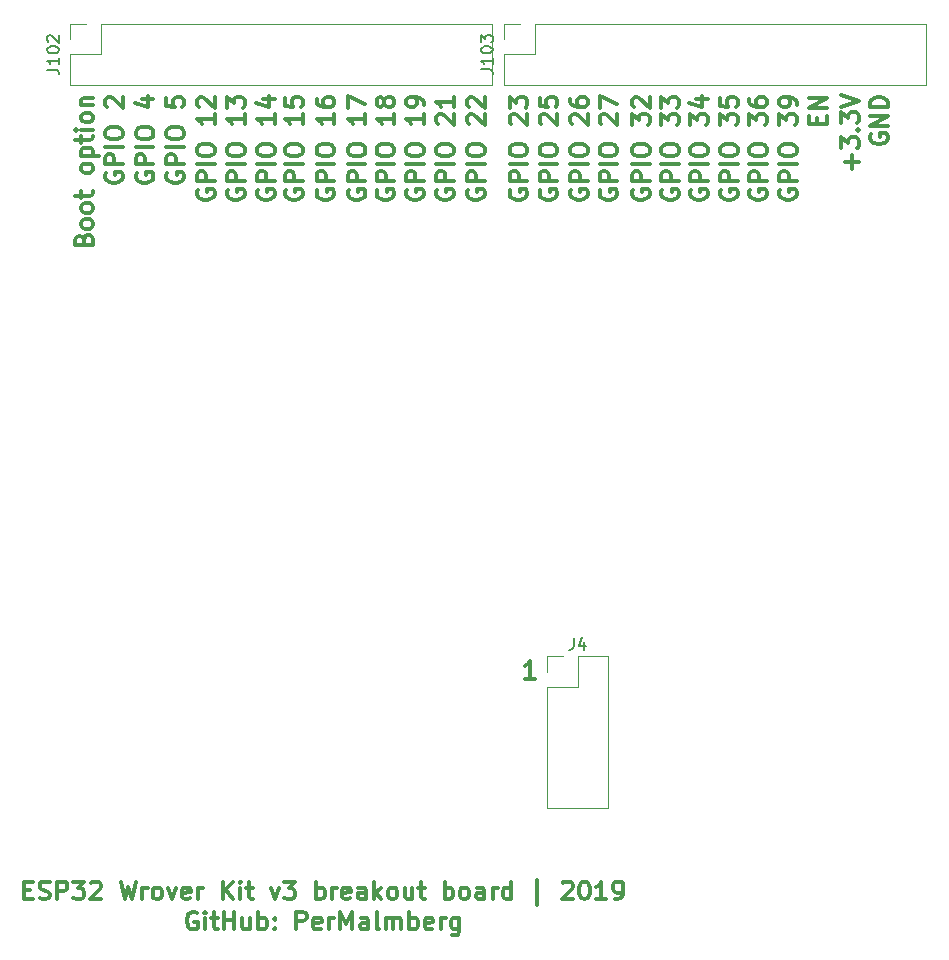
<source format=gbr>
G04 #@! TF.GenerationSoftware,KiCad,Pcbnew,5.0.2-bee76a0~70~ubuntu18.04.1*
G04 #@! TF.CreationDate,2019-01-23T21:03:19+01:00*
G04 #@! TF.ProjectId,ESP32-Wrover-kit-debug-breakout,45535033-322d-4577-926f-7665722d6b69,rev?*
G04 #@! TF.SameCoordinates,Original*
G04 #@! TF.FileFunction,Legend,Top*
G04 #@! TF.FilePolarity,Positive*
%FSLAX46Y46*%
G04 Gerber Fmt 4.6, Leading zero omitted, Abs format (unit mm)*
G04 Created by KiCad (PCBNEW 5.0.2-bee76a0~70~ubuntu18.04.1) date ons 23 jan 2019 21:03:19*
%MOMM*%
%LPD*%
G01*
G04 APERTURE LIST*
%ADD10C,0.300000*%
%ADD11C,0.120000*%
%ADD12C,0.150000*%
G04 APERTURE END LIST*
D10*
X129447960Y-61619155D02*
X129376531Y-61762012D01*
X129376531Y-61976298D01*
X129447960Y-62190583D01*
X129590817Y-62333440D01*
X129733674Y-62404869D01*
X130019388Y-62476298D01*
X130233674Y-62476298D01*
X130519388Y-62404869D01*
X130662245Y-62333440D01*
X130805102Y-62190583D01*
X130876531Y-61976298D01*
X130876531Y-61833440D01*
X130805102Y-61619155D01*
X130733674Y-61547726D01*
X130233674Y-61547726D01*
X130233674Y-61833440D01*
X130876531Y-60904869D02*
X129376531Y-60904869D01*
X130876531Y-60047726D01*
X129376531Y-60047726D01*
X130876531Y-59333440D02*
X129376531Y-59333440D01*
X129376531Y-58976298D01*
X129447960Y-58762012D01*
X129590817Y-58619155D01*
X129733674Y-58547726D01*
X130019388Y-58476298D01*
X130233674Y-58476298D01*
X130519388Y-58547726D01*
X130662245Y-58619155D01*
X130805102Y-58762012D01*
X130876531Y-58976298D01*
X130876531Y-59333440D01*
X127843842Y-64547726D02*
X127843842Y-63404868D01*
X128415271Y-63976297D02*
X127272414Y-63976297D01*
X126915271Y-62833440D02*
X126915271Y-61904868D01*
X127486700Y-62404868D01*
X127486700Y-62190583D01*
X127558128Y-62047726D01*
X127629557Y-61976297D01*
X127772414Y-61904868D01*
X128129557Y-61904868D01*
X128272414Y-61976297D01*
X128343842Y-62047726D01*
X128415271Y-62190583D01*
X128415271Y-62619154D01*
X128343842Y-62762011D01*
X128272414Y-62833440D01*
X128272414Y-61262011D02*
X128343842Y-61190583D01*
X128415271Y-61262011D01*
X128343842Y-61333440D01*
X128272414Y-61262011D01*
X128415271Y-61262011D01*
X126915271Y-60690583D02*
X126915271Y-59762011D01*
X127486700Y-60262011D01*
X127486700Y-60047726D01*
X127558128Y-59904868D01*
X127629557Y-59833440D01*
X127772414Y-59762011D01*
X128129557Y-59762011D01*
X128272414Y-59833440D01*
X128343842Y-59904868D01*
X128415271Y-60047726D01*
X128415271Y-60476297D01*
X128343842Y-60619154D01*
X128272414Y-60690583D01*
X126915271Y-59333440D02*
X128415271Y-58833440D01*
X126915271Y-58333440D01*
X124893977Y-60762011D02*
X124893977Y-60262011D01*
X125679691Y-60047726D02*
X125679691Y-60762011D01*
X124179691Y-60762011D01*
X124179691Y-60047726D01*
X125679691Y-59404869D02*
X124179691Y-59404869D01*
X125679691Y-58547726D01*
X124179691Y-58547726D01*
X121749220Y-66333440D02*
X121677791Y-66476297D01*
X121677791Y-66690582D01*
X121749220Y-66904868D01*
X121892077Y-67047725D01*
X122034934Y-67119154D01*
X122320648Y-67190582D01*
X122534934Y-67190582D01*
X122820648Y-67119154D01*
X122963505Y-67047725D01*
X123106362Y-66904868D01*
X123177791Y-66690582D01*
X123177791Y-66547725D01*
X123106362Y-66333440D01*
X123034934Y-66262011D01*
X122534934Y-66262011D01*
X122534934Y-66547725D01*
X123177791Y-65619154D02*
X121677791Y-65619154D01*
X121677791Y-65047725D01*
X121749220Y-64904868D01*
X121820648Y-64833440D01*
X121963505Y-64762011D01*
X122177791Y-64762011D01*
X122320648Y-64833440D01*
X122392077Y-64904868D01*
X122463505Y-65047725D01*
X122463505Y-65619154D01*
X123177791Y-64119154D02*
X121677791Y-64119154D01*
X121677791Y-63119154D02*
X121677791Y-62833440D01*
X121749220Y-62690582D01*
X121892077Y-62547725D01*
X122177791Y-62476297D01*
X122677791Y-62476297D01*
X122963505Y-62547725D01*
X123106362Y-62690582D01*
X123177791Y-62833440D01*
X123177791Y-63119154D01*
X123106362Y-63262011D01*
X122963505Y-63404868D01*
X122677791Y-63476297D01*
X122177791Y-63476297D01*
X121892077Y-63404868D01*
X121749220Y-63262011D01*
X121677791Y-63119154D01*
X121677791Y-60833440D02*
X121677791Y-59904868D01*
X122249220Y-60404868D01*
X122249220Y-60190582D01*
X122320648Y-60047725D01*
X122392077Y-59976297D01*
X122534934Y-59904868D01*
X122892077Y-59904868D01*
X123034934Y-59976297D01*
X123106362Y-60047725D01*
X123177791Y-60190582D01*
X123177791Y-60619154D01*
X123106362Y-60762011D01*
X123034934Y-60833440D01*
X123177791Y-59190582D02*
X123177791Y-58904868D01*
X123106362Y-58762011D01*
X123034934Y-58690582D01*
X122820648Y-58547725D01*
X122534934Y-58476297D01*
X121963505Y-58476297D01*
X121820648Y-58547725D01*
X121749220Y-58619154D01*
X121677791Y-58762011D01*
X121677791Y-59047725D01*
X121749220Y-59190582D01*
X121820648Y-59262011D01*
X121963505Y-59333440D01*
X122320648Y-59333440D01*
X122463505Y-59262011D01*
X122534934Y-59190582D01*
X122606362Y-59047725D01*
X122606362Y-58762011D01*
X122534934Y-58619154D01*
X122463505Y-58547725D01*
X122320648Y-58476297D01*
X119211760Y-66333440D02*
X119140331Y-66476297D01*
X119140331Y-66690582D01*
X119211760Y-66904868D01*
X119354617Y-67047725D01*
X119497474Y-67119154D01*
X119783188Y-67190582D01*
X119997474Y-67190582D01*
X120283188Y-67119154D01*
X120426045Y-67047725D01*
X120568902Y-66904868D01*
X120640331Y-66690582D01*
X120640331Y-66547725D01*
X120568902Y-66333440D01*
X120497474Y-66262011D01*
X119997474Y-66262011D01*
X119997474Y-66547725D01*
X120640331Y-65619154D02*
X119140331Y-65619154D01*
X119140331Y-65047725D01*
X119211760Y-64904868D01*
X119283188Y-64833440D01*
X119426045Y-64762011D01*
X119640331Y-64762011D01*
X119783188Y-64833440D01*
X119854617Y-64904868D01*
X119926045Y-65047725D01*
X119926045Y-65619154D01*
X120640331Y-64119154D02*
X119140331Y-64119154D01*
X119140331Y-63119154D02*
X119140331Y-62833440D01*
X119211760Y-62690582D01*
X119354617Y-62547725D01*
X119640331Y-62476297D01*
X120140331Y-62476297D01*
X120426045Y-62547725D01*
X120568902Y-62690582D01*
X120640331Y-62833440D01*
X120640331Y-63119154D01*
X120568902Y-63262011D01*
X120426045Y-63404868D01*
X120140331Y-63476297D01*
X119640331Y-63476297D01*
X119354617Y-63404868D01*
X119211760Y-63262011D01*
X119140331Y-63119154D01*
X119140331Y-60833440D02*
X119140331Y-59904868D01*
X119711760Y-60404868D01*
X119711760Y-60190582D01*
X119783188Y-60047725D01*
X119854617Y-59976297D01*
X119997474Y-59904868D01*
X120354617Y-59904868D01*
X120497474Y-59976297D01*
X120568902Y-60047725D01*
X120640331Y-60190582D01*
X120640331Y-60619154D01*
X120568902Y-60762011D01*
X120497474Y-60833440D01*
X119140331Y-58619154D02*
X119140331Y-58904868D01*
X119211760Y-59047725D01*
X119283188Y-59119154D01*
X119497474Y-59262011D01*
X119783188Y-59333440D01*
X120354617Y-59333440D01*
X120497474Y-59262011D01*
X120568902Y-59190582D01*
X120640331Y-59047725D01*
X120640331Y-58762011D01*
X120568902Y-58619154D01*
X120497474Y-58547725D01*
X120354617Y-58476297D01*
X119997474Y-58476297D01*
X119854617Y-58547725D01*
X119783188Y-58619154D01*
X119711760Y-58762011D01*
X119711760Y-59047725D01*
X119783188Y-59190582D01*
X119854617Y-59262011D01*
X119997474Y-59333440D01*
X116730180Y-66333440D02*
X116658751Y-66476297D01*
X116658751Y-66690582D01*
X116730180Y-66904868D01*
X116873037Y-67047725D01*
X117015894Y-67119154D01*
X117301608Y-67190582D01*
X117515894Y-67190582D01*
X117801608Y-67119154D01*
X117944465Y-67047725D01*
X118087322Y-66904868D01*
X118158751Y-66690582D01*
X118158751Y-66547725D01*
X118087322Y-66333440D01*
X118015894Y-66262011D01*
X117515894Y-66262011D01*
X117515894Y-66547725D01*
X118158751Y-65619154D02*
X116658751Y-65619154D01*
X116658751Y-65047725D01*
X116730180Y-64904868D01*
X116801608Y-64833440D01*
X116944465Y-64762011D01*
X117158751Y-64762011D01*
X117301608Y-64833440D01*
X117373037Y-64904868D01*
X117444465Y-65047725D01*
X117444465Y-65619154D01*
X118158751Y-64119154D02*
X116658751Y-64119154D01*
X116658751Y-63119154D02*
X116658751Y-62833440D01*
X116730180Y-62690582D01*
X116873037Y-62547725D01*
X117158751Y-62476297D01*
X117658751Y-62476297D01*
X117944465Y-62547725D01*
X118087322Y-62690582D01*
X118158751Y-62833440D01*
X118158751Y-63119154D01*
X118087322Y-63262011D01*
X117944465Y-63404868D01*
X117658751Y-63476297D01*
X117158751Y-63476297D01*
X116873037Y-63404868D01*
X116730180Y-63262011D01*
X116658751Y-63119154D01*
X116658751Y-60833440D02*
X116658751Y-59904868D01*
X117230180Y-60404868D01*
X117230180Y-60190582D01*
X117301608Y-60047725D01*
X117373037Y-59976297D01*
X117515894Y-59904868D01*
X117873037Y-59904868D01*
X118015894Y-59976297D01*
X118087322Y-60047725D01*
X118158751Y-60190582D01*
X118158751Y-60619154D01*
X118087322Y-60762011D01*
X118015894Y-60833440D01*
X116658751Y-58547725D02*
X116658751Y-59262011D01*
X117373037Y-59333440D01*
X117301608Y-59262011D01*
X117230180Y-59119154D01*
X117230180Y-58762011D01*
X117301608Y-58619154D01*
X117373037Y-58547725D01*
X117515894Y-58476297D01*
X117873037Y-58476297D01*
X118015894Y-58547725D01*
X118087322Y-58619154D01*
X118158751Y-58762011D01*
X118158751Y-59119154D01*
X118087322Y-59262011D01*
X118015894Y-59333440D01*
X114210500Y-66333440D02*
X114139071Y-66476297D01*
X114139071Y-66690582D01*
X114210500Y-66904868D01*
X114353357Y-67047725D01*
X114496214Y-67119154D01*
X114781928Y-67190582D01*
X114996214Y-67190582D01*
X115281928Y-67119154D01*
X115424785Y-67047725D01*
X115567642Y-66904868D01*
X115639071Y-66690582D01*
X115639071Y-66547725D01*
X115567642Y-66333440D01*
X115496214Y-66262011D01*
X114996214Y-66262011D01*
X114996214Y-66547725D01*
X115639071Y-65619154D02*
X114139071Y-65619154D01*
X114139071Y-65047725D01*
X114210500Y-64904868D01*
X114281928Y-64833440D01*
X114424785Y-64762011D01*
X114639071Y-64762011D01*
X114781928Y-64833440D01*
X114853357Y-64904868D01*
X114924785Y-65047725D01*
X114924785Y-65619154D01*
X115639071Y-64119154D02*
X114139071Y-64119154D01*
X114139071Y-63119154D02*
X114139071Y-62833440D01*
X114210500Y-62690582D01*
X114353357Y-62547725D01*
X114639071Y-62476297D01*
X115139071Y-62476297D01*
X115424785Y-62547725D01*
X115567642Y-62690582D01*
X115639071Y-62833440D01*
X115639071Y-63119154D01*
X115567642Y-63262011D01*
X115424785Y-63404868D01*
X115139071Y-63476297D01*
X114639071Y-63476297D01*
X114353357Y-63404868D01*
X114210500Y-63262011D01*
X114139071Y-63119154D01*
X114139071Y-60833440D02*
X114139071Y-59904868D01*
X114710500Y-60404868D01*
X114710500Y-60190582D01*
X114781928Y-60047725D01*
X114853357Y-59976297D01*
X114996214Y-59904868D01*
X115353357Y-59904868D01*
X115496214Y-59976297D01*
X115567642Y-60047725D01*
X115639071Y-60190582D01*
X115639071Y-60619154D01*
X115567642Y-60762011D01*
X115496214Y-60833440D01*
X114639071Y-58619154D02*
X115639071Y-58619154D01*
X114067642Y-58976297D02*
X115139071Y-59333440D01*
X115139071Y-58404868D01*
X111769560Y-66333440D02*
X111698131Y-66476297D01*
X111698131Y-66690582D01*
X111769560Y-66904868D01*
X111912417Y-67047725D01*
X112055274Y-67119154D01*
X112340988Y-67190582D01*
X112555274Y-67190582D01*
X112840988Y-67119154D01*
X112983845Y-67047725D01*
X113126702Y-66904868D01*
X113198131Y-66690582D01*
X113198131Y-66547725D01*
X113126702Y-66333440D01*
X113055274Y-66262011D01*
X112555274Y-66262011D01*
X112555274Y-66547725D01*
X113198131Y-65619154D02*
X111698131Y-65619154D01*
X111698131Y-65047725D01*
X111769560Y-64904868D01*
X111840988Y-64833440D01*
X111983845Y-64762011D01*
X112198131Y-64762011D01*
X112340988Y-64833440D01*
X112412417Y-64904868D01*
X112483845Y-65047725D01*
X112483845Y-65619154D01*
X113198131Y-64119154D02*
X111698131Y-64119154D01*
X111698131Y-63119154D02*
X111698131Y-62833440D01*
X111769560Y-62690582D01*
X111912417Y-62547725D01*
X112198131Y-62476297D01*
X112698131Y-62476297D01*
X112983845Y-62547725D01*
X113126702Y-62690582D01*
X113198131Y-62833440D01*
X113198131Y-63119154D01*
X113126702Y-63262011D01*
X112983845Y-63404868D01*
X112698131Y-63476297D01*
X112198131Y-63476297D01*
X111912417Y-63404868D01*
X111769560Y-63262011D01*
X111698131Y-63119154D01*
X111698131Y-60833440D02*
X111698131Y-59904868D01*
X112269560Y-60404868D01*
X112269560Y-60190582D01*
X112340988Y-60047725D01*
X112412417Y-59976297D01*
X112555274Y-59904868D01*
X112912417Y-59904868D01*
X113055274Y-59976297D01*
X113126702Y-60047725D01*
X113198131Y-60190582D01*
X113198131Y-60619154D01*
X113126702Y-60762011D01*
X113055274Y-60833440D01*
X111698131Y-59404868D02*
X111698131Y-58476297D01*
X112269560Y-58976297D01*
X112269560Y-58762011D01*
X112340988Y-58619154D01*
X112412417Y-58547725D01*
X112555274Y-58476297D01*
X112912417Y-58476297D01*
X113055274Y-58547725D01*
X113126702Y-58619154D01*
X113198131Y-58762011D01*
X113198131Y-59190582D01*
X113126702Y-59333440D01*
X113055274Y-59404868D01*
X109267660Y-66333440D02*
X109196231Y-66476297D01*
X109196231Y-66690582D01*
X109267660Y-66904868D01*
X109410517Y-67047725D01*
X109553374Y-67119154D01*
X109839088Y-67190582D01*
X110053374Y-67190582D01*
X110339088Y-67119154D01*
X110481945Y-67047725D01*
X110624802Y-66904868D01*
X110696231Y-66690582D01*
X110696231Y-66547725D01*
X110624802Y-66333440D01*
X110553374Y-66262011D01*
X110053374Y-66262011D01*
X110053374Y-66547725D01*
X110696231Y-65619154D02*
X109196231Y-65619154D01*
X109196231Y-65047725D01*
X109267660Y-64904868D01*
X109339088Y-64833440D01*
X109481945Y-64762011D01*
X109696231Y-64762011D01*
X109839088Y-64833440D01*
X109910517Y-64904868D01*
X109981945Y-65047725D01*
X109981945Y-65619154D01*
X110696231Y-64119154D02*
X109196231Y-64119154D01*
X109196231Y-63119154D02*
X109196231Y-62833440D01*
X109267660Y-62690582D01*
X109410517Y-62547725D01*
X109696231Y-62476297D01*
X110196231Y-62476297D01*
X110481945Y-62547725D01*
X110624802Y-62690582D01*
X110696231Y-62833440D01*
X110696231Y-63119154D01*
X110624802Y-63262011D01*
X110481945Y-63404868D01*
X110196231Y-63476297D01*
X109696231Y-63476297D01*
X109410517Y-63404868D01*
X109267660Y-63262011D01*
X109196231Y-63119154D01*
X109196231Y-60833440D02*
X109196231Y-59904868D01*
X109767660Y-60404868D01*
X109767660Y-60190582D01*
X109839088Y-60047725D01*
X109910517Y-59976297D01*
X110053374Y-59904868D01*
X110410517Y-59904868D01*
X110553374Y-59976297D01*
X110624802Y-60047725D01*
X110696231Y-60190582D01*
X110696231Y-60619154D01*
X110624802Y-60762011D01*
X110553374Y-60833440D01*
X109339088Y-59333440D02*
X109267660Y-59262011D01*
X109196231Y-59119154D01*
X109196231Y-58762011D01*
X109267660Y-58619154D01*
X109339088Y-58547725D01*
X109481945Y-58476297D01*
X109624802Y-58476297D01*
X109839088Y-58547725D01*
X110696231Y-59404868D01*
X110696231Y-58476297D01*
X106532080Y-66333440D02*
X106460651Y-66476297D01*
X106460651Y-66690582D01*
X106532080Y-66904868D01*
X106674937Y-67047725D01*
X106817794Y-67119154D01*
X107103508Y-67190582D01*
X107317794Y-67190582D01*
X107603508Y-67119154D01*
X107746365Y-67047725D01*
X107889222Y-66904868D01*
X107960651Y-66690582D01*
X107960651Y-66547725D01*
X107889222Y-66333440D01*
X107817794Y-66262011D01*
X107317794Y-66262011D01*
X107317794Y-66547725D01*
X107960651Y-65619154D02*
X106460651Y-65619154D01*
X106460651Y-65047725D01*
X106532080Y-64904868D01*
X106603508Y-64833440D01*
X106746365Y-64762011D01*
X106960651Y-64762011D01*
X107103508Y-64833440D01*
X107174937Y-64904868D01*
X107246365Y-65047725D01*
X107246365Y-65619154D01*
X107960651Y-64119154D02*
X106460651Y-64119154D01*
X106460651Y-63119154D02*
X106460651Y-62833440D01*
X106532080Y-62690582D01*
X106674937Y-62547725D01*
X106960651Y-62476297D01*
X107460651Y-62476297D01*
X107746365Y-62547725D01*
X107889222Y-62690582D01*
X107960651Y-62833440D01*
X107960651Y-63119154D01*
X107889222Y-63262011D01*
X107746365Y-63404868D01*
X107460651Y-63476297D01*
X106960651Y-63476297D01*
X106674937Y-63404868D01*
X106532080Y-63262011D01*
X106460651Y-63119154D01*
X106603508Y-60762011D02*
X106532080Y-60690582D01*
X106460651Y-60547725D01*
X106460651Y-60190582D01*
X106532080Y-60047725D01*
X106603508Y-59976297D01*
X106746365Y-59904868D01*
X106889222Y-59904868D01*
X107103508Y-59976297D01*
X107960651Y-60833440D01*
X107960651Y-59904868D01*
X106460651Y-59404868D02*
X106460651Y-58404868D01*
X107960651Y-59047725D01*
X104053040Y-66333440D02*
X103981611Y-66476297D01*
X103981611Y-66690582D01*
X104053040Y-66904868D01*
X104195897Y-67047725D01*
X104338754Y-67119154D01*
X104624468Y-67190582D01*
X104838754Y-67190582D01*
X105124468Y-67119154D01*
X105267325Y-67047725D01*
X105410182Y-66904868D01*
X105481611Y-66690582D01*
X105481611Y-66547725D01*
X105410182Y-66333440D01*
X105338754Y-66262011D01*
X104838754Y-66262011D01*
X104838754Y-66547725D01*
X105481611Y-65619154D02*
X103981611Y-65619154D01*
X103981611Y-65047725D01*
X104053040Y-64904868D01*
X104124468Y-64833440D01*
X104267325Y-64762011D01*
X104481611Y-64762011D01*
X104624468Y-64833440D01*
X104695897Y-64904868D01*
X104767325Y-65047725D01*
X104767325Y-65619154D01*
X105481611Y-64119154D02*
X103981611Y-64119154D01*
X103981611Y-63119154D02*
X103981611Y-62833440D01*
X104053040Y-62690582D01*
X104195897Y-62547725D01*
X104481611Y-62476297D01*
X104981611Y-62476297D01*
X105267325Y-62547725D01*
X105410182Y-62690582D01*
X105481611Y-62833440D01*
X105481611Y-63119154D01*
X105410182Y-63262011D01*
X105267325Y-63404868D01*
X104981611Y-63476297D01*
X104481611Y-63476297D01*
X104195897Y-63404868D01*
X104053040Y-63262011D01*
X103981611Y-63119154D01*
X104124468Y-60762011D02*
X104053040Y-60690582D01*
X103981611Y-60547725D01*
X103981611Y-60190582D01*
X104053040Y-60047725D01*
X104124468Y-59976297D01*
X104267325Y-59904868D01*
X104410182Y-59904868D01*
X104624468Y-59976297D01*
X105481611Y-60833440D01*
X105481611Y-59904868D01*
X103981611Y-58619154D02*
X103981611Y-58904868D01*
X104053040Y-59047725D01*
X104124468Y-59119154D01*
X104338754Y-59262011D01*
X104624468Y-59333440D01*
X105195897Y-59333440D01*
X105338754Y-59262011D01*
X105410182Y-59190582D01*
X105481611Y-59047725D01*
X105481611Y-58762011D01*
X105410182Y-58619154D01*
X105338754Y-58547725D01*
X105195897Y-58476297D01*
X104838754Y-58476297D01*
X104695897Y-58547725D01*
X104624468Y-58619154D01*
X104553040Y-58762011D01*
X104553040Y-59047725D01*
X104624468Y-59190582D01*
X104695897Y-59262011D01*
X104838754Y-59333440D01*
X101454620Y-66333440D02*
X101383191Y-66476297D01*
X101383191Y-66690582D01*
X101454620Y-66904868D01*
X101597477Y-67047725D01*
X101740334Y-67119154D01*
X102026048Y-67190582D01*
X102240334Y-67190582D01*
X102526048Y-67119154D01*
X102668905Y-67047725D01*
X102811762Y-66904868D01*
X102883191Y-66690582D01*
X102883191Y-66547725D01*
X102811762Y-66333440D01*
X102740334Y-66262011D01*
X102240334Y-66262011D01*
X102240334Y-66547725D01*
X102883191Y-65619154D02*
X101383191Y-65619154D01*
X101383191Y-65047725D01*
X101454620Y-64904868D01*
X101526048Y-64833440D01*
X101668905Y-64762011D01*
X101883191Y-64762011D01*
X102026048Y-64833440D01*
X102097477Y-64904868D01*
X102168905Y-65047725D01*
X102168905Y-65619154D01*
X102883191Y-64119154D02*
X101383191Y-64119154D01*
X101383191Y-63119154D02*
X101383191Y-62833440D01*
X101454620Y-62690582D01*
X101597477Y-62547725D01*
X101883191Y-62476297D01*
X102383191Y-62476297D01*
X102668905Y-62547725D01*
X102811762Y-62690582D01*
X102883191Y-62833440D01*
X102883191Y-63119154D01*
X102811762Y-63262011D01*
X102668905Y-63404868D01*
X102383191Y-63476297D01*
X101883191Y-63476297D01*
X101597477Y-63404868D01*
X101454620Y-63262011D01*
X101383191Y-63119154D01*
X101526048Y-60762011D02*
X101454620Y-60690582D01*
X101383191Y-60547725D01*
X101383191Y-60190582D01*
X101454620Y-60047725D01*
X101526048Y-59976297D01*
X101668905Y-59904868D01*
X101811762Y-59904868D01*
X102026048Y-59976297D01*
X102883191Y-60833440D01*
X102883191Y-59904868D01*
X101383191Y-58547725D02*
X101383191Y-59262011D01*
X102097477Y-59333440D01*
X102026048Y-59262011D01*
X101954620Y-59119154D01*
X101954620Y-58762011D01*
X102026048Y-58619154D01*
X102097477Y-58547725D01*
X102240334Y-58476297D01*
X102597477Y-58476297D01*
X102740334Y-58547725D01*
X102811762Y-58619154D01*
X102883191Y-58762011D01*
X102883191Y-59119154D01*
X102811762Y-59262011D01*
X102740334Y-59333440D01*
X98914620Y-66333440D02*
X98843191Y-66476297D01*
X98843191Y-66690582D01*
X98914620Y-66904868D01*
X99057477Y-67047725D01*
X99200334Y-67119154D01*
X99486048Y-67190582D01*
X99700334Y-67190582D01*
X99986048Y-67119154D01*
X100128905Y-67047725D01*
X100271762Y-66904868D01*
X100343191Y-66690582D01*
X100343191Y-66547725D01*
X100271762Y-66333440D01*
X100200334Y-66262011D01*
X99700334Y-66262011D01*
X99700334Y-66547725D01*
X100343191Y-65619154D02*
X98843191Y-65619154D01*
X98843191Y-65047725D01*
X98914620Y-64904868D01*
X98986048Y-64833440D01*
X99128905Y-64762011D01*
X99343191Y-64762011D01*
X99486048Y-64833440D01*
X99557477Y-64904868D01*
X99628905Y-65047725D01*
X99628905Y-65619154D01*
X100343191Y-64119154D02*
X98843191Y-64119154D01*
X98843191Y-63119154D02*
X98843191Y-62833440D01*
X98914620Y-62690582D01*
X99057477Y-62547725D01*
X99343191Y-62476297D01*
X99843191Y-62476297D01*
X100128905Y-62547725D01*
X100271762Y-62690582D01*
X100343191Y-62833440D01*
X100343191Y-63119154D01*
X100271762Y-63262011D01*
X100128905Y-63404868D01*
X99843191Y-63476297D01*
X99343191Y-63476297D01*
X99057477Y-63404868D01*
X98914620Y-63262011D01*
X98843191Y-63119154D01*
X98986048Y-60762011D02*
X98914620Y-60690582D01*
X98843191Y-60547725D01*
X98843191Y-60190582D01*
X98914620Y-60047725D01*
X98986048Y-59976297D01*
X99128905Y-59904868D01*
X99271762Y-59904868D01*
X99486048Y-59976297D01*
X100343191Y-60833440D01*
X100343191Y-59904868D01*
X98843191Y-59404868D02*
X98843191Y-58476297D01*
X99414620Y-58976297D01*
X99414620Y-58762011D01*
X99486048Y-58619154D01*
X99557477Y-58547725D01*
X99700334Y-58476297D01*
X100057477Y-58476297D01*
X100200334Y-58547725D01*
X100271762Y-58619154D01*
X100343191Y-58762011D01*
X100343191Y-59190582D01*
X100271762Y-59333440D01*
X100200334Y-59404868D01*
X95292580Y-66333440D02*
X95221151Y-66476297D01*
X95221151Y-66690582D01*
X95292580Y-66904868D01*
X95435437Y-67047725D01*
X95578294Y-67119154D01*
X95864008Y-67190582D01*
X96078294Y-67190582D01*
X96364008Y-67119154D01*
X96506865Y-67047725D01*
X96649722Y-66904868D01*
X96721151Y-66690582D01*
X96721151Y-66547725D01*
X96649722Y-66333440D01*
X96578294Y-66262011D01*
X96078294Y-66262011D01*
X96078294Y-66547725D01*
X96721151Y-65619154D02*
X95221151Y-65619154D01*
X95221151Y-65047725D01*
X95292580Y-64904868D01*
X95364008Y-64833440D01*
X95506865Y-64762011D01*
X95721151Y-64762011D01*
X95864008Y-64833440D01*
X95935437Y-64904868D01*
X96006865Y-65047725D01*
X96006865Y-65619154D01*
X96721151Y-64119154D02*
X95221151Y-64119154D01*
X95221151Y-63119154D02*
X95221151Y-62833440D01*
X95292580Y-62690582D01*
X95435437Y-62547725D01*
X95721151Y-62476297D01*
X96221151Y-62476297D01*
X96506865Y-62547725D01*
X96649722Y-62690582D01*
X96721151Y-62833440D01*
X96721151Y-63119154D01*
X96649722Y-63262011D01*
X96506865Y-63404868D01*
X96221151Y-63476297D01*
X95721151Y-63476297D01*
X95435437Y-63404868D01*
X95292580Y-63262011D01*
X95221151Y-63119154D01*
X95364008Y-60762011D02*
X95292580Y-60690582D01*
X95221151Y-60547725D01*
X95221151Y-60190582D01*
X95292580Y-60047725D01*
X95364008Y-59976297D01*
X95506865Y-59904868D01*
X95649722Y-59904868D01*
X95864008Y-59976297D01*
X96721151Y-60833440D01*
X96721151Y-59904868D01*
X95364008Y-59333440D02*
X95292580Y-59262011D01*
X95221151Y-59119154D01*
X95221151Y-58762011D01*
X95292580Y-58619154D01*
X95364008Y-58547725D01*
X95506865Y-58476297D01*
X95649722Y-58476297D01*
X95864008Y-58547725D01*
X96721151Y-59404868D01*
X96721151Y-58476297D01*
X92691620Y-66333440D02*
X92620191Y-66476297D01*
X92620191Y-66690582D01*
X92691620Y-66904868D01*
X92834477Y-67047725D01*
X92977334Y-67119154D01*
X93263048Y-67190582D01*
X93477334Y-67190582D01*
X93763048Y-67119154D01*
X93905905Y-67047725D01*
X94048762Y-66904868D01*
X94120191Y-66690582D01*
X94120191Y-66547725D01*
X94048762Y-66333440D01*
X93977334Y-66262011D01*
X93477334Y-66262011D01*
X93477334Y-66547725D01*
X94120191Y-65619154D02*
X92620191Y-65619154D01*
X92620191Y-65047725D01*
X92691620Y-64904868D01*
X92763048Y-64833440D01*
X92905905Y-64762011D01*
X93120191Y-64762011D01*
X93263048Y-64833440D01*
X93334477Y-64904868D01*
X93405905Y-65047725D01*
X93405905Y-65619154D01*
X94120191Y-64119154D02*
X92620191Y-64119154D01*
X92620191Y-63119154D02*
X92620191Y-62833440D01*
X92691620Y-62690582D01*
X92834477Y-62547725D01*
X93120191Y-62476297D01*
X93620191Y-62476297D01*
X93905905Y-62547725D01*
X94048762Y-62690582D01*
X94120191Y-62833440D01*
X94120191Y-63119154D01*
X94048762Y-63262011D01*
X93905905Y-63404868D01*
X93620191Y-63476297D01*
X93120191Y-63476297D01*
X92834477Y-63404868D01*
X92691620Y-63262011D01*
X92620191Y-63119154D01*
X92763048Y-60762011D02*
X92691620Y-60690582D01*
X92620191Y-60547725D01*
X92620191Y-60190582D01*
X92691620Y-60047725D01*
X92763048Y-59976297D01*
X92905905Y-59904868D01*
X93048762Y-59904868D01*
X93263048Y-59976297D01*
X94120191Y-60833440D01*
X94120191Y-59904868D01*
X94120191Y-58476297D02*
X94120191Y-59333440D01*
X94120191Y-58904868D02*
X92620191Y-58904868D01*
X92834477Y-59047725D01*
X92977334Y-59190582D01*
X93048762Y-59333440D01*
X90154160Y-66333440D02*
X90082731Y-66476297D01*
X90082731Y-66690582D01*
X90154160Y-66904868D01*
X90297017Y-67047725D01*
X90439874Y-67119154D01*
X90725588Y-67190582D01*
X90939874Y-67190582D01*
X91225588Y-67119154D01*
X91368445Y-67047725D01*
X91511302Y-66904868D01*
X91582731Y-66690582D01*
X91582731Y-66547725D01*
X91511302Y-66333440D01*
X91439874Y-66262011D01*
X90939874Y-66262011D01*
X90939874Y-66547725D01*
X91582731Y-65619154D02*
X90082731Y-65619154D01*
X90082731Y-65047725D01*
X90154160Y-64904868D01*
X90225588Y-64833440D01*
X90368445Y-64762011D01*
X90582731Y-64762011D01*
X90725588Y-64833440D01*
X90797017Y-64904868D01*
X90868445Y-65047725D01*
X90868445Y-65619154D01*
X91582731Y-64119154D02*
X90082731Y-64119154D01*
X90082731Y-63119154D02*
X90082731Y-62833440D01*
X90154160Y-62690582D01*
X90297017Y-62547725D01*
X90582731Y-62476297D01*
X91082731Y-62476297D01*
X91368445Y-62547725D01*
X91511302Y-62690582D01*
X91582731Y-62833440D01*
X91582731Y-63119154D01*
X91511302Y-63262011D01*
X91368445Y-63404868D01*
X91082731Y-63476297D01*
X90582731Y-63476297D01*
X90297017Y-63404868D01*
X90154160Y-63262011D01*
X90082731Y-63119154D01*
X91582731Y-59904868D02*
X91582731Y-60762011D01*
X91582731Y-60333440D02*
X90082731Y-60333440D01*
X90297017Y-60476297D01*
X90439874Y-60619154D01*
X90511302Y-60762011D01*
X91582731Y-59190582D02*
X91582731Y-58904868D01*
X91511302Y-58762011D01*
X91439874Y-58690582D01*
X91225588Y-58547725D01*
X90939874Y-58476297D01*
X90368445Y-58476297D01*
X90225588Y-58547725D01*
X90154160Y-58619154D01*
X90082731Y-58762011D01*
X90082731Y-59047725D01*
X90154160Y-59190582D01*
X90225588Y-59262011D01*
X90368445Y-59333440D01*
X90725588Y-59333440D01*
X90868445Y-59262011D01*
X90939874Y-59190582D01*
X91011302Y-59047725D01*
X91011302Y-58762011D01*
X90939874Y-58619154D01*
X90868445Y-58547725D01*
X90725588Y-58476297D01*
X87652260Y-66333440D02*
X87580831Y-66476297D01*
X87580831Y-66690582D01*
X87652260Y-66904868D01*
X87795117Y-67047725D01*
X87937974Y-67119154D01*
X88223688Y-67190582D01*
X88437974Y-67190582D01*
X88723688Y-67119154D01*
X88866545Y-67047725D01*
X89009402Y-66904868D01*
X89080831Y-66690582D01*
X89080831Y-66547725D01*
X89009402Y-66333440D01*
X88937974Y-66262011D01*
X88437974Y-66262011D01*
X88437974Y-66547725D01*
X89080831Y-65619154D02*
X87580831Y-65619154D01*
X87580831Y-65047725D01*
X87652260Y-64904868D01*
X87723688Y-64833440D01*
X87866545Y-64762011D01*
X88080831Y-64762011D01*
X88223688Y-64833440D01*
X88295117Y-64904868D01*
X88366545Y-65047725D01*
X88366545Y-65619154D01*
X89080831Y-64119154D02*
X87580831Y-64119154D01*
X87580831Y-63119154D02*
X87580831Y-62833440D01*
X87652260Y-62690582D01*
X87795117Y-62547725D01*
X88080831Y-62476297D01*
X88580831Y-62476297D01*
X88866545Y-62547725D01*
X89009402Y-62690582D01*
X89080831Y-62833440D01*
X89080831Y-63119154D01*
X89009402Y-63262011D01*
X88866545Y-63404868D01*
X88580831Y-63476297D01*
X88080831Y-63476297D01*
X87795117Y-63404868D01*
X87652260Y-63262011D01*
X87580831Y-63119154D01*
X89080831Y-59904868D02*
X89080831Y-60762011D01*
X89080831Y-60333440D02*
X87580831Y-60333440D01*
X87795117Y-60476297D01*
X87937974Y-60619154D01*
X88009402Y-60762011D01*
X88223688Y-59047725D02*
X88152260Y-59190582D01*
X88080831Y-59262011D01*
X87937974Y-59333440D01*
X87866545Y-59333440D01*
X87723688Y-59262011D01*
X87652260Y-59190582D01*
X87580831Y-59047725D01*
X87580831Y-58762011D01*
X87652260Y-58619154D01*
X87723688Y-58547725D01*
X87866545Y-58476297D01*
X87937974Y-58476297D01*
X88080831Y-58547725D01*
X88152260Y-58619154D01*
X88223688Y-58762011D01*
X88223688Y-59047725D01*
X88295117Y-59190582D01*
X88366545Y-59262011D01*
X88509402Y-59333440D01*
X88795117Y-59333440D01*
X88937974Y-59262011D01*
X89009402Y-59190582D01*
X89080831Y-59047725D01*
X89080831Y-58762011D01*
X89009402Y-58619154D01*
X88937974Y-58547725D01*
X88795117Y-58476297D01*
X88509402Y-58476297D01*
X88366545Y-58547725D01*
X88295117Y-58619154D01*
X88223688Y-58762011D01*
X85211320Y-66333440D02*
X85139891Y-66476297D01*
X85139891Y-66690582D01*
X85211320Y-66904868D01*
X85354177Y-67047725D01*
X85497034Y-67119154D01*
X85782748Y-67190582D01*
X85997034Y-67190582D01*
X86282748Y-67119154D01*
X86425605Y-67047725D01*
X86568462Y-66904868D01*
X86639891Y-66690582D01*
X86639891Y-66547725D01*
X86568462Y-66333440D01*
X86497034Y-66262011D01*
X85997034Y-66262011D01*
X85997034Y-66547725D01*
X86639891Y-65619154D02*
X85139891Y-65619154D01*
X85139891Y-65047725D01*
X85211320Y-64904868D01*
X85282748Y-64833440D01*
X85425605Y-64762011D01*
X85639891Y-64762011D01*
X85782748Y-64833440D01*
X85854177Y-64904868D01*
X85925605Y-65047725D01*
X85925605Y-65619154D01*
X86639891Y-64119154D02*
X85139891Y-64119154D01*
X85139891Y-63119154D02*
X85139891Y-62833440D01*
X85211320Y-62690582D01*
X85354177Y-62547725D01*
X85639891Y-62476297D01*
X86139891Y-62476297D01*
X86425605Y-62547725D01*
X86568462Y-62690582D01*
X86639891Y-62833440D01*
X86639891Y-63119154D01*
X86568462Y-63262011D01*
X86425605Y-63404868D01*
X86139891Y-63476297D01*
X85639891Y-63476297D01*
X85354177Y-63404868D01*
X85211320Y-63262011D01*
X85139891Y-63119154D01*
X86639891Y-59904868D02*
X86639891Y-60762011D01*
X86639891Y-60333440D02*
X85139891Y-60333440D01*
X85354177Y-60476297D01*
X85497034Y-60619154D01*
X85568462Y-60762011D01*
X85139891Y-59404868D02*
X85139891Y-58404868D01*
X86639891Y-59047725D01*
X82574800Y-66333440D02*
X82503371Y-66476297D01*
X82503371Y-66690582D01*
X82574800Y-66904868D01*
X82717657Y-67047725D01*
X82860514Y-67119154D01*
X83146228Y-67190582D01*
X83360514Y-67190582D01*
X83646228Y-67119154D01*
X83789085Y-67047725D01*
X83931942Y-66904868D01*
X84003371Y-66690582D01*
X84003371Y-66547725D01*
X83931942Y-66333440D01*
X83860514Y-66262011D01*
X83360514Y-66262011D01*
X83360514Y-66547725D01*
X84003371Y-65619154D02*
X82503371Y-65619154D01*
X82503371Y-65047725D01*
X82574800Y-64904868D01*
X82646228Y-64833440D01*
X82789085Y-64762011D01*
X83003371Y-64762011D01*
X83146228Y-64833440D01*
X83217657Y-64904868D01*
X83289085Y-65047725D01*
X83289085Y-65619154D01*
X84003371Y-64119154D02*
X82503371Y-64119154D01*
X82503371Y-63119154D02*
X82503371Y-62833440D01*
X82574800Y-62690582D01*
X82717657Y-62547725D01*
X83003371Y-62476297D01*
X83503371Y-62476297D01*
X83789085Y-62547725D01*
X83931942Y-62690582D01*
X84003371Y-62833440D01*
X84003371Y-63119154D01*
X83931942Y-63262011D01*
X83789085Y-63404868D01*
X83503371Y-63476297D01*
X83003371Y-63476297D01*
X82717657Y-63404868D01*
X82574800Y-63262011D01*
X82503371Y-63119154D01*
X84003371Y-59904868D02*
X84003371Y-60762011D01*
X84003371Y-60333440D02*
X82503371Y-60333440D01*
X82717657Y-60476297D01*
X82860514Y-60619154D01*
X82931942Y-60762011D01*
X82503371Y-58619154D02*
X82503371Y-58904868D01*
X82574800Y-59047725D01*
X82646228Y-59119154D01*
X82860514Y-59262011D01*
X83146228Y-59333440D01*
X83717657Y-59333440D01*
X83860514Y-59262011D01*
X83931942Y-59190582D01*
X84003371Y-59047725D01*
X84003371Y-58762011D01*
X83931942Y-58619154D01*
X83860514Y-58547725D01*
X83717657Y-58476297D01*
X83360514Y-58476297D01*
X83217657Y-58547725D01*
X83146228Y-58619154D01*
X83074800Y-58762011D01*
X83074800Y-59047725D01*
X83146228Y-59190582D01*
X83217657Y-59262011D01*
X83360514Y-59333440D01*
X79897640Y-66333440D02*
X79826211Y-66476297D01*
X79826211Y-66690582D01*
X79897640Y-66904868D01*
X80040497Y-67047725D01*
X80183354Y-67119154D01*
X80469068Y-67190582D01*
X80683354Y-67190582D01*
X80969068Y-67119154D01*
X81111925Y-67047725D01*
X81254782Y-66904868D01*
X81326211Y-66690582D01*
X81326211Y-66547725D01*
X81254782Y-66333440D01*
X81183354Y-66262011D01*
X80683354Y-66262011D01*
X80683354Y-66547725D01*
X81326211Y-65619154D02*
X79826211Y-65619154D01*
X79826211Y-65047725D01*
X79897640Y-64904868D01*
X79969068Y-64833440D01*
X80111925Y-64762011D01*
X80326211Y-64762011D01*
X80469068Y-64833440D01*
X80540497Y-64904868D01*
X80611925Y-65047725D01*
X80611925Y-65619154D01*
X81326211Y-64119154D02*
X79826211Y-64119154D01*
X79826211Y-63119154D02*
X79826211Y-62833440D01*
X79897640Y-62690582D01*
X80040497Y-62547725D01*
X80326211Y-62476297D01*
X80826211Y-62476297D01*
X81111925Y-62547725D01*
X81254782Y-62690582D01*
X81326211Y-62833440D01*
X81326211Y-63119154D01*
X81254782Y-63262011D01*
X81111925Y-63404868D01*
X80826211Y-63476297D01*
X80326211Y-63476297D01*
X80040497Y-63404868D01*
X79897640Y-63262011D01*
X79826211Y-63119154D01*
X81326211Y-59904868D02*
X81326211Y-60762011D01*
X81326211Y-60333440D02*
X79826211Y-60333440D01*
X80040497Y-60476297D01*
X80183354Y-60619154D01*
X80254782Y-60762011D01*
X79826211Y-58547725D02*
X79826211Y-59262011D01*
X80540497Y-59333440D01*
X80469068Y-59262011D01*
X80397640Y-59119154D01*
X80397640Y-58762011D01*
X80469068Y-58619154D01*
X80540497Y-58547725D01*
X80683354Y-58476297D01*
X81040497Y-58476297D01*
X81183354Y-58547725D01*
X81254782Y-58619154D01*
X81326211Y-58762011D01*
X81326211Y-59119154D01*
X81254782Y-59262011D01*
X81183354Y-59333440D01*
X77535440Y-66333440D02*
X77464011Y-66476297D01*
X77464011Y-66690582D01*
X77535440Y-66904868D01*
X77678297Y-67047725D01*
X77821154Y-67119154D01*
X78106868Y-67190582D01*
X78321154Y-67190582D01*
X78606868Y-67119154D01*
X78749725Y-67047725D01*
X78892582Y-66904868D01*
X78964011Y-66690582D01*
X78964011Y-66547725D01*
X78892582Y-66333440D01*
X78821154Y-66262011D01*
X78321154Y-66262011D01*
X78321154Y-66547725D01*
X78964011Y-65619154D02*
X77464011Y-65619154D01*
X77464011Y-65047725D01*
X77535440Y-64904868D01*
X77606868Y-64833440D01*
X77749725Y-64762011D01*
X77964011Y-64762011D01*
X78106868Y-64833440D01*
X78178297Y-64904868D01*
X78249725Y-65047725D01*
X78249725Y-65619154D01*
X78964011Y-64119154D02*
X77464011Y-64119154D01*
X77464011Y-63119154D02*
X77464011Y-62833440D01*
X77535440Y-62690582D01*
X77678297Y-62547725D01*
X77964011Y-62476297D01*
X78464011Y-62476297D01*
X78749725Y-62547725D01*
X78892582Y-62690582D01*
X78964011Y-62833440D01*
X78964011Y-63119154D01*
X78892582Y-63262011D01*
X78749725Y-63404868D01*
X78464011Y-63476297D01*
X77964011Y-63476297D01*
X77678297Y-63404868D01*
X77535440Y-63262011D01*
X77464011Y-63119154D01*
X78964011Y-59904868D02*
X78964011Y-60762011D01*
X78964011Y-60333440D02*
X77464011Y-60333440D01*
X77678297Y-60476297D01*
X77821154Y-60619154D01*
X77892582Y-60762011D01*
X77964011Y-58619154D02*
X78964011Y-58619154D01*
X77392582Y-58976297D02*
X78464011Y-59333440D01*
X78464011Y-58404868D01*
X74975120Y-66333440D02*
X74903691Y-66476297D01*
X74903691Y-66690582D01*
X74975120Y-66904868D01*
X75117977Y-67047725D01*
X75260834Y-67119154D01*
X75546548Y-67190582D01*
X75760834Y-67190582D01*
X76046548Y-67119154D01*
X76189405Y-67047725D01*
X76332262Y-66904868D01*
X76403691Y-66690582D01*
X76403691Y-66547725D01*
X76332262Y-66333440D01*
X76260834Y-66262011D01*
X75760834Y-66262011D01*
X75760834Y-66547725D01*
X76403691Y-65619154D02*
X74903691Y-65619154D01*
X74903691Y-65047725D01*
X74975120Y-64904868D01*
X75046548Y-64833440D01*
X75189405Y-64762011D01*
X75403691Y-64762011D01*
X75546548Y-64833440D01*
X75617977Y-64904868D01*
X75689405Y-65047725D01*
X75689405Y-65619154D01*
X76403691Y-64119154D02*
X74903691Y-64119154D01*
X74903691Y-63119154D02*
X74903691Y-62833440D01*
X74975120Y-62690582D01*
X75117977Y-62547725D01*
X75403691Y-62476297D01*
X75903691Y-62476297D01*
X76189405Y-62547725D01*
X76332262Y-62690582D01*
X76403691Y-62833440D01*
X76403691Y-63119154D01*
X76332262Y-63262011D01*
X76189405Y-63404868D01*
X75903691Y-63476297D01*
X75403691Y-63476297D01*
X75117977Y-63404868D01*
X74975120Y-63262011D01*
X74903691Y-63119154D01*
X76403691Y-59904868D02*
X76403691Y-60762011D01*
X76403691Y-60333440D02*
X74903691Y-60333440D01*
X75117977Y-60476297D01*
X75260834Y-60619154D01*
X75332262Y-60762011D01*
X74903691Y-59404868D02*
X74903691Y-58476297D01*
X75475120Y-58976297D01*
X75475120Y-58762011D01*
X75546548Y-58619154D01*
X75617977Y-58547725D01*
X75760834Y-58476297D01*
X76117977Y-58476297D01*
X76260834Y-58547725D01*
X76332262Y-58619154D01*
X76403691Y-58762011D01*
X76403691Y-59190582D01*
X76332262Y-59333440D01*
X76260834Y-59404868D01*
X72435120Y-66333440D02*
X72363691Y-66476297D01*
X72363691Y-66690582D01*
X72435120Y-66904868D01*
X72577977Y-67047725D01*
X72720834Y-67119154D01*
X73006548Y-67190582D01*
X73220834Y-67190582D01*
X73506548Y-67119154D01*
X73649405Y-67047725D01*
X73792262Y-66904868D01*
X73863691Y-66690582D01*
X73863691Y-66547725D01*
X73792262Y-66333440D01*
X73720834Y-66262011D01*
X73220834Y-66262011D01*
X73220834Y-66547725D01*
X73863691Y-65619154D02*
X72363691Y-65619154D01*
X72363691Y-65047725D01*
X72435120Y-64904868D01*
X72506548Y-64833440D01*
X72649405Y-64762011D01*
X72863691Y-64762011D01*
X73006548Y-64833440D01*
X73077977Y-64904868D01*
X73149405Y-65047725D01*
X73149405Y-65619154D01*
X73863691Y-64119154D02*
X72363691Y-64119154D01*
X72363691Y-63119154D02*
X72363691Y-62833440D01*
X72435120Y-62690582D01*
X72577977Y-62547725D01*
X72863691Y-62476297D01*
X73363691Y-62476297D01*
X73649405Y-62547725D01*
X73792262Y-62690582D01*
X73863691Y-62833440D01*
X73863691Y-63119154D01*
X73792262Y-63262011D01*
X73649405Y-63404868D01*
X73363691Y-63476297D01*
X72863691Y-63476297D01*
X72577977Y-63404868D01*
X72435120Y-63262011D01*
X72363691Y-63119154D01*
X73863691Y-59904868D02*
X73863691Y-60762011D01*
X73863691Y-60333440D02*
X72363691Y-60333440D01*
X72577977Y-60476297D01*
X72720834Y-60619154D01*
X72792262Y-60762011D01*
X72506548Y-59333440D02*
X72435120Y-59262011D01*
X72363691Y-59119154D01*
X72363691Y-58762011D01*
X72435120Y-58619154D01*
X72506548Y-58547725D01*
X72649405Y-58476297D01*
X72792262Y-58476297D01*
X73006548Y-58547725D01*
X73863691Y-59404868D01*
X73863691Y-58476297D01*
X69857020Y-64904869D02*
X69785591Y-65047726D01*
X69785591Y-65262012D01*
X69857020Y-65476297D01*
X69999877Y-65619155D01*
X70142734Y-65690583D01*
X70428448Y-65762012D01*
X70642734Y-65762012D01*
X70928448Y-65690583D01*
X71071305Y-65619155D01*
X71214162Y-65476297D01*
X71285591Y-65262012D01*
X71285591Y-65119155D01*
X71214162Y-64904869D01*
X71142734Y-64833440D01*
X70642734Y-64833440D01*
X70642734Y-65119155D01*
X71285591Y-64190583D02*
X69785591Y-64190583D01*
X69785591Y-63619155D01*
X69857020Y-63476297D01*
X69928448Y-63404869D01*
X70071305Y-63333440D01*
X70285591Y-63333440D01*
X70428448Y-63404869D01*
X70499877Y-63476297D01*
X70571305Y-63619155D01*
X70571305Y-64190583D01*
X71285591Y-62690583D02*
X69785591Y-62690583D01*
X69785591Y-61690583D02*
X69785591Y-61404869D01*
X69857020Y-61262012D01*
X69999877Y-61119155D01*
X70285591Y-61047726D01*
X70785591Y-61047726D01*
X71071305Y-61119155D01*
X71214162Y-61262012D01*
X71285591Y-61404869D01*
X71285591Y-61690583D01*
X71214162Y-61833440D01*
X71071305Y-61976297D01*
X70785591Y-62047726D01*
X70285591Y-62047726D01*
X69999877Y-61976297D01*
X69857020Y-61833440D01*
X69785591Y-61690583D01*
X69785591Y-58547726D02*
X69785591Y-59262012D01*
X70499877Y-59333440D01*
X70428448Y-59262012D01*
X70357020Y-59119155D01*
X70357020Y-58762012D01*
X70428448Y-58619155D01*
X70499877Y-58547726D01*
X70642734Y-58476297D01*
X70999877Y-58476297D01*
X71142734Y-58547726D01*
X71214162Y-58619155D01*
X71285591Y-58762012D01*
X71285591Y-59119155D01*
X71214162Y-59262012D01*
X71142734Y-59333440D01*
X67258600Y-64904869D02*
X67187171Y-65047726D01*
X67187171Y-65262012D01*
X67258600Y-65476297D01*
X67401457Y-65619155D01*
X67544314Y-65690583D01*
X67830028Y-65762012D01*
X68044314Y-65762012D01*
X68330028Y-65690583D01*
X68472885Y-65619155D01*
X68615742Y-65476297D01*
X68687171Y-65262012D01*
X68687171Y-65119155D01*
X68615742Y-64904869D01*
X68544314Y-64833440D01*
X68044314Y-64833440D01*
X68044314Y-65119155D01*
X68687171Y-64190583D02*
X67187171Y-64190583D01*
X67187171Y-63619155D01*
X67258600Y-63476297D01*
X67330028Y-63404869D01*
X67472885Y-63333440D01*
X67687171Y-63333440D01*
X67830028Y-63404869D01*
X67901457Y-63476297D01*
X67972885Y-63619155D01*
X67972885Y-64190583D01*
X68687171Y-62690583D02*
X67187171Y-62690583D01*
X67187171Y-61690583D02*
X67187171Y-61404869D01*
X67258600Y-61262012D01*
X67401457Y-61119155D01*
X67687171Y-61047726D01*
X68187171Y-61047726D01*
X68472885Y-61119155D01*
X68615742Y-61262012D01*
X68687171Y-61404869D01*
X68687171Y-61690583D01*
X68615742Y-61833440D01*
X68472885Y-61976297D01*
X68187171Y-62047726D01*
X67687171Y-62047726D01*
X67401457Y-61976297D01*
X67258600Y-61833440D01*
X67187171Y-61690583D01*
X67687171Y-58619155D02*
X68687171Y-58619155D01*
X67115742Y-58976297D02*
X68187171Y-59333440D01*
X68187171Y-58404869D01*
X64660180Y-64904869D02*
X64588751Y-65047726D01*
X64588751Y-65262012D01*
X64660180Y-65476297D01*
X64803037Y-65619155D01*
X64945894Y-65690583D01*
X65231608Y-65762012D01*
X65445894Y-65762012D01*
X65731608Y-65690583D01*
X65874465Y-65619155D01*
X66017322Y-65476297D01*
X66088751Y-65262012D01*
X66088751Y-65119155D01*
X66017322Y-64904869D01*
X65945894Y-64833440D01*
X65445894Y-64833440D01*
X65445894Y-65119155D01*
X66088751Y-64190583D02*
X64588751Y-64190583D01*
X64588751Y-63619155D01*
X64660180Y-63476297D01*
X64731608Y-63404869D01*
X64874465Y-63333440D01*
X65088751Y-63333440D01*
X65231608Y-63404869D01*
X65303037Y-63476297D01*
X65374465Y-63619155D01*
X65374465Y-64190583D01*
X66088751Y-62690583D02*
X64588751Y-62690583D01*
X64588751Y-61690583D02*
X64588751Y-61404869D01*
X64660180Y-61262012D01*
X64803037Y-61119155D01*
X65088751Y-61047726D01*
X65588751Y-61047726D01*
X65874465Y-61119155D01*
X66017322Y-61262012D01*
X66088751Y-61404869D01*
X66088751Y-61690583D01*
X66017322Y-61833440D01*
X65874465Y-61976297D01*
X65588751Y-62047726D01*
X65088751Y-62047726D01*
X64803037Y-61976297D01*
X64660180Y-61833440D01*
X64588751Y-61690583D01*
X64731608Y-59333440D02*
X64660180Y-59262012D01*
X64588751Y-59119155D01*
X64588751Y-58762012D01*
X64660180Y-58619155D01*
X64731608Y-58547726D01*
X64874465Y-58476297D01*
X65017322Y-58476297D01*
X65231608Y-58547726D01*
X66088751Y-59404869D01*
X66088751Y-58476297D01*
X62783357Y-70547726D02*
X62854785Y-70333440D01*
X62926214Y-70262011D01*
X63069071Y-70190583D01*
X63283357Y-70190583D01*
X63426214Y-70262011D01*
X63497642Y-70333440D01*
X63569071Y-70476297D01*
X63569071Y-71047726D01*
X62069071Y-71047726D01*
X62069071Y-70547726D01*
X62140500Y-70404868D01*
X62211928Y-70333440D01*
X62354785Y-70262011D01*
X62497642Y-70262011D01*
X62640500Y-70333440D01*
X62711928Y-70404868D01*
X62783357Y-70547726D01*
X62783357Y-71047726D01*
X63569071Y-69333440D02*
X63497642Y-69476297D01*
X63426214Y-69547726D01*
X63283357Y-69619154D01*
X62854785Y-69619154D01*
X62711928Y-69547726D01*
X62640500Y-69476297D01*
X62569071Y-69333440D01*
X62569071Y-69119154D01*
X62640500Y-68976297D01*
X62711928Y-68904868D01*
X62854785Y-68833440D01*
X63283357Y-68833440D01*
X63426214Y-68904868D01*
X63497642Y-68976297D01*
X63569071Y-69119154D01*
X63569071Y-69333440D01*
X63569071Y-67976297D02*
X63497642Y-68119154D01*
X63426214Y-68190583D01*
X63283357Y-68262011D01*
X62854785Y-68262011D01*
X62711928Y-68190583D01*
X62640500Y-68119154D01*
X62569071Y-67976297D01*
X62569071Y-67762011D01*
X62640500Y-67619154D01*
X62711928Y-67547726D01*
X62854785Y-67476297D01*
X63283357Y-67476297D01*
X63426214Y-67547726D01*
X63497642Y-67619154D01*
X63569071Y-67762011D01*
X63569071Y-67976297D01*
X62569071Y-67047726D02*
X62569071Y-66476297D01*
X62069071Y-66833440D02*
X63354785Y-66833440D01*
X63497642Y-66762011D01*
X63569071Y-66619154D01*
X63569071Y-66476297D01*
X63569071Y-64619154D02*
X63497642Y-64762011D01*
X63426214Y-64833440D01*
X63283357Y-64904868D01*
X62854785Y-64904868D01*
X62711928Y-64833440D01*
X62640500Y-64762011D01*
X62569071Y-64619154D01*
X62569071Y-64404868D01*
X62640500Y-64262011D01*
X62711928Y-64190583D01*
X62854785Y-64119154D01*
X63283357Y-64119154D01*
X63426214Y-64190583D01*
X63497642Y-64262011D01*
X63569071Y-64404868D01*
X63569071Y-64619154D01*
X62569071Y-63476297D02*
X64069071Y-63476297D01*
X62640500Y-63476297D02*
X62569071Y-63333440D01*
X62569071Y-63047726D01*
X62640500Y-62904868D01*
X62711928Y-62833440D01*
X62854785Y-62762011D01*
X63283357Y-62762011D01*
X63426214Y-62833440D01*
X63497642Y-62904868D01*
X63569071Y-63047726D01*
X63569071Y-63333440D01*
X63497642Y-63476297D01*
X62569071Y-62333440D02*
X62569071Y-61762011D01*
X62069071Y-62119154D02*
X63354785Y-62119154D01*
X63497642Y-62047726D01*
X63569071Y-61904868D01*
X63569071Y-61762011D01*
X63569071Y-61262011D02*
X62569071Y-61262011D01*
X62069071Y-61262011D02*
X62140500Y-61333440D01*
X62211928Y-61262011D01*
X62140500Y-61190583D01*
X62069071Y-61262011D01*
X62211928Y-61262011D01*
X63569071Y-60333440D02*
X63497642Y-60476297D01*
X63426214Y-60547726D01*
X63283357Y-60619154D01*
X62854785Y-60619154D01*
X62711928Y-60547726D01*
X62640500Y-60476297D01*
X62569071Y-60333440D01*
X62569071Y-60119154D01*
X62640500Y-59976297D01*
X62711928Y-59904868D01*
X62854785Y-59833440D01*
X63283357Y-59833440D01*
X63426214Y-59904868D01*
X63497642Y-59976297D01*
X63569071Y-60119154D01*
X63569071Y-60333440D01*
X62569071Y-59190583D02*
X63569071Y-59190583D01*
X62711928Y-59190583D02*
X62640500Y-59119154D01*
X62569071Y-58976297D01*
X62569071Y-58762011D01*
X62640500Y-58619154D01*
X62783357Y-58547726D01*
X63569071Y-58547726D01*
X100974571Y-107743571D02*
X100117428Y-107743571D01*
X100546000Y-107743571D02*
X100546000Y-106243571D01*
X100403142Y-106457857D01*
X100260285Y-106600714D01*
X100117428Y-106672142D01*
X57759531Y-125621857D02*
X58259531Y-125621857D01*
X58473817Y-126407571D02*
X57759531Y-126407571D01*
X57759531Y-124907571D01*
X58473817Y-124907571D01*
X59045245Y-126336142D02*
X59259531Y-126407571D01*
X59616674Y-126407571D01*
X59759531Y-126336142D01*
X59830959Y-126264714D01*
X59902388Y-126121857D01*
X59902388Y-125979000D01*
X59830959Y-125836142D01*
X59759531Y-125764714D01*
X59616674Y-125693285D01*
X59330959Y-125621857D01*
X59188102Y-125550428D01*
X59116674Y-125479000D01*
X59045245Y-125336142D01*
X59045245Y-125193285D01*
X59116674Y-125050428D01*
X59188102Y-124979000D01*
X59330959Y-124907571D01*
X59688102Y-124907571D01*
X59902388Y-124979000D01*
X60545245Y-126407571D02*
X60545245Y-124907571D01*
X61116674Y-124907571D01*
X61259531Y-124979000D01*
X61330959Y-125050428D01*
X61402388Y-125193285D01*
X61402388Y-125407571D01*
X61330959Y-125550428D01*
X61259531Y-125621857D01*
X61116674Y-125693285D01*
X60545245Y-125693285D01*
X61902388Y-124907571D02*
X62830959Y-124907571D01*
X62330959Y-125479000D01*
X62545245Y-125479000D01*
X62688102Y-125550428D01*
X62759531Y-125621857D01*
X62830959Y-125764714D01*
X62830959Y-126121857D01*
X62759531Y-126264714D01*
X62688102Y-126336142D01*
X62545245Y-126407571D01*
X62116674Y-126407571D01*
X61973817Y-126336142D01*
X61902388Y-126264714D01*
X63402388Y-125050428D02*
X63473817Y-124979000D01*
X63616674Y-124907571D01*
X63973817Y-124907571D01*
X64116674Y-124979000D01*
X64188102Y-125050428D01*
X64259531Y-125193285D01*
X64259531Y-125336142D01*
X64188102Y-125550428D01*
X63330959Y-126407571D01*
X64259531Y-126407571D01*
X65902388Y-124907571D02*
X66259531Y-126407571D01*
X66545245Y-125336142D01*
X66830959Y-126407571D01*
X67188102Y-124907571D01*
X67759531Y-126407571D02*
X67759531Y-125407571D01*
X67759531Y-125693285D02*
X67830960Y-125550428D01*
X67902388Y-125479000D01*
X68045245Y-125407571D01*
X68188102Y-125407571D01*
X68902388Y-126407571D02*
X68759531Y-126336142D01*
X68688102Y-126264714D01*
X68616674Y-126121857D01*
X68616674Y-125693285D01*
X68688102Y-125550428D01*
X68759531Y-125479000D01*
X68902388Y-125407571D01*
X69116674Y-125407571D01*
X69259531Y-125479000D01*
X69330960Y-125550428D01*
X69402388Y-125693285D01*
X69402388Y-126121857D01*
X69330960Y-126264714D01*
X69259531Y-126336142D01*
X69116674Y-126407571D01*
X68902388Y-126407571D01*
X69902388Y-125407571D02*
X70259531Y-126407571D01*
X70616674Y-125407571D01*
X71759531Y-126336142D02*
X71616674Y-126407571D01*
X71330960Y-126407571D01*
X71188102Y-126336142D01*
X71116674Y-126193285D01*
X71116674Y-125621857D01*
X71188102Y-125479000D01*
X71330960Y-125407571D01*
X71616674Y-125407571D01*
X71759531Y-125479000D01*
X71830960Y-125621857D01*
X71830960Y-125764714D01*
X71116674Y-125907571D01*
X72473817Y-126407571D02*
X72473817Y-125407571D01*
X72473817Y-125693285D02*
X72545245Y-125550428D01*
X72616674Y-125479000D01*
X72759531Y-125407571D01*
X72902388Y-125407571D01*
X74545245Y-126407571D02*
X74545245Y-124907571D01*
X75402388Y-126407571D02*
X74759531Y-125550428D01*
X75402388Y-124907571D02*
X74545245Y-125764714D01*
X76045245Y-126407571D02*
X76045245Y-125407571D01*
X76045245Y-124907571D02*
X75973817Y-124979000D01*
X76045245Y-125050428D01*
X76116674Y-124979000D01*
X76045245Y-124907571D01*
X76045245Y-125050428D01*
X76545245Y-125407571D02*
X77116674Y-125407571D01*
X76759531Y-124907571D02*
X76759531Y-126193285D01*
X76830960Y-126336142D01*
X76973817Y-126407571D01*
X77116674Y-126407571D01*
X78616674Y-125407571D02*
X78973817Y-126407571D01*
X79330960Y-125407571D01*
X79759531Y-124907571D02*
X80688102Y-124907571D01*
X80188102Y-125479000D01*
X80402388Y-125479000D01*
X80545245Y-125550428D01*
X80616674Y-125621857D01*
X80688102Y-125764714D01*
X80688102Y-126121857D01*
X80616674Y-126264714D01*
X80545245Y-126336142D01*
X80402388Y-126407571D01*
X79973817Y-126407571D01*
X79830960Y-126336142D01*
X79759531Y-126264714D01*
X82473817Y-126407571D02*
X82473817Y-124907571D01*
X82473817Y-125479000D02*
X82616674Y-125407571D01*
X82902388Y-125407571D01*
X83045245Y-125479000D01*
X83116674Y-125550428D01*
X83188102Y-125693285D01*
X83188102Y-126121857D01*
X83116674Y-126264714D01*
X83045245Y-126336142D01*
X82902388Y-126407571D01*
X82616674Y-126407571D01*
X82473817Y-126336142D01*
X83830960Y-126407571D02*
X83830960Y-125407571D01*
X83830960Y-125693285D02*
X83902388Y-125550428D01*
X83973817Y-125479000D01*
X84116674Y-125407571D01*
X84259531Y-125407571D01*
X85330960Y-126336142D02*
X85188102Y-126407571D01*
X84902388Y-126407571D01*
X84759531Y-126336142D01*
X84688102Y-126193285D01*
X84688102Y-125621857D01*
X84759531Y-125479000D01*
X84902388Y-125407571D01*
X85188102Y-125407571D01*
X85330960Y-125479000D01*
X85402388Y-125621857D01*
X85402388Y-125764714D01*
X84688102Y-125907571D01*
X86688102Y-126407571D02*
X86688102Y-125621857D01*
X86616674Y-125479000D01*
X86473817Y-125407571D01*
X86188102Y-125407571D01*
X86045245Y-125479000D01*
X86688102Y-126336142D02*
X86545245Y-126407571D01*
X86188102Y-126407571D01*
X86045245Y-126336142D01*
X85973817Y-126193285D01*
X85973817Y-126050428D01*
X86045245Y-125907571D01*
X86188102Y-125836142D01*
X86545245Y-125836142D01*
X86688102Y-125764714D01*
X87402388Y-126407571D02*
X87402388Y-124907571D01*
X87545245Y-125836142D02*
X87973817Y-126407571D01*
X87973817Y-125407571D02*
X87402388Y-125979000D01*
X88830960Y-126407571D02*
X88688102Y-126336142D01*
X88616674Y-126264714D01*
X88545245Y-126121857D01*
X88545245Y-125693285D01*
X88616674Y-125550428D01*
X88688102Y-125479000D01*
X88830960Y-125407571D01*
X89045245Y-125407571D01*
X89188102Y-125479000D01*
X89259531Y-125550428D01*
X89330960Y-125693285D01*
X89330960Y-126121857D01*
X89259531Y-126264714D01*
X89188102Y-126336142D01*
X89045245Y-126407571D01*
X88830960Y-126407571D01*
X90616674Y-125407571D02*
X90616674Y-126407571D01*
X89973817Y-125407571D02*
X89973817Y-126193285D01*
X90045245Y-126336142D01*
X90188102Y-126407571D01*
X90402388Y-126407571D01*
X90545245Y-126336142D01*
X90616674Y-126264714D01*
X91116674Y-125407571D02*
X91688102Y-125407571D01*
X91330960Y-124907571D02*
X91330960Y-126193285D01*
X91402388Y-126336142D01*
X91545245Y-126407571D01*
X91688102Y-126407571D01*
X93330960Y-126407571D02*
X93330960Y-124907571D01*
X93330960Y-125479000D02*
X93473817Y-125407571D01*
X93759531Y-125407571D01*
X93902388Y-125479000D01*
X93973817Y-125550428D01*
X94045245Y-125693285D01*
X94045245Y-126121857D01*
X93973817Y-126264714D01*
X93902388Y-126336142D01*
X93759531Y-126407571D01*
X93473817Y-126407571D01*
X93330960Y-126336142D01*
X94902388Y-126407571D02*
X94759531Y-126336142D01*
X94688102Y-126264714D01*
X94616674Y-126121857D01*
X94616674Y-125693285D01*
X94688102Y-125550428D01*
X94759531Y-125479000D01*
X94902388Y-125407571D01*
X95116674Y-125407571D01*
X95259531Y-125479000D01*
X95330960Y-125550428D01*
X95402388Y-125693285D01*
X95402388Y-126121857D01*
X95330960Y-126264714D01*
X95259531Y-126336142D01*
X95116674Y-126407571D01*
X94902388Y-126407571D01*
X96688102Y-126407571D02*
X96688102Y-125621857D01*
X96616674Y-125479000D01*
X96473817Y-125407571D01*
X96188102Y-125407571D01*
X96045245Y-125479000D01*
X96688102Y-126336142D02*
X96545245Y-126407571D01*
X96188102Y-126407571D01*
X96045245Y-126336142D01*
X95973817Y-126193285D01*
X95973817Y-126050428D01*
X96045245Y-125907571D01*
X96188102Y-125836142D01*
X96545245Y-125836142D01*
X96688102Y-125764714D01*
X97402388Y-126407571D02*
X97402388Y-125407571D01*
X97402388Y-125693285D02*
X97473817Y-125550428D01*
X97545245Y-125479000D01*
X97688102Y-125407571D01*
X97830960Y-125407571D01*
X98973817Y-126407571D02*
X98973817Y-124907571D01*
X98973817Y-126336142D02*
X98830960Y-126407571D01*
X98545245Y-126407571D01*
X98402388Y-126336142D01*
X98330960Y-126264714D01*
X98259531Y-126121857D01*
X98259531Y-125693285D01*
X98330960Y-125550428D01*
X98402388Y-125479000D01*
X98545245Y-125407571D01*
X98830960Y-125407571D01*
X98973817Y-125479000D01*
X101188102Y-126907571D02*
X101188102Y-124764714D01*
X103330959Y-125050428D02*
X103402388Y-124979000D01*
X103545245Y-124907571D01*
X103902388Y-124907571D01*
X104045245Y-124979000D01*
X104116674Y-125050428D01*
X104188102Y-125193285D01*
X104188102Y-125336142D01*
X104116674Y-125550428D01*
X103259531Y-126407571D01*
X104188102Y-126407571D01*
X105116674Y-124907571D02*
X105259531Y-124907571D01*
X105402388Y-124979000D01*
X105473817Y-125050428D01*
X105545245Y-125193285D01*
X105616674Y-125479000D01*
X105616674Y-125836142D01*
X105545245Y-126121857D01*
X105473817Y-126264714D01*
X105402388Y-126336142D01*
X105259531Y-126407571D01*
X105116674Y-126407571D01*
X104973817Y-126336142D01*
X104902388Y-126264714D01*
X104830959Y-126121857D01*
X104759531Y-125836142D01*
X104759531Y-125479000D01*
X104830959Y-125193285D01*
X104902388Y-125050428D01*
X104973817Y-124979000D01*
X105116674Y-124907571D01*
X107045245Y-126407571D02*
X106188102Y-126407571D01*
X106616674Y-126407571D02*
X106616674Y-124907571D01*
X106473817Y-125121857D01*
X106330959Y-125264714D01*
X106188102Y-125336142D01*
X107759531Y-126407571D02*
X108045245Y-126407571D01*
X108188102Y-126336142D01*
X108259531Y-126264714D01*
X108402388Y-126050428D01*
X108473817Y-125764714D01*
X108473817Y-125193285D01*
X108402388Y-125050428D01*
X108330959Y-124979000D01*
X108188102Y-124907571D01*
X107902388Y-124907571D01*
X107759531Y-124979000D01*
X107688102Y-125050428D01*
X107616674Y-125193285D01*
X107616674Y-125550428D01*
X107688102Y-125693285D01*
X107759531Y-125764714D01*
X107902388Y-125836142D01*
X108188102Y-125836142D01*
X108330959Y-125764714D01*
X108402388Y-125693285D01*
X108473817Y-125550428D01*
X72366674Y-127529000D02*
X72223817Y-127457571D01*
X72009531Y-127457571D01*
X71795245Y-127529000D01*
X71652388Y-127671857D01*
X71580959Y-127814714D01*
X71509531Y-128100428D01*
X71509531Y-128314714D01*
X71580959Y-128600428D01*
X71652388Y-128743285D01*
X71795245Y-128886142D01*
X72009531Y-128957571D01*
X72152388Y-128957571D01*
X72366674Y-128886142D01*
X72438102Y-128814714D01*
X72438102Y-128314714D01*
X72152388Y-128314714D01*
X73080959Y-128957571D02*
X73080959Y-127957571D01*
X73080959Y-127457571D02*
X73009531Y-127529000D01*
X73080959Y-127600428D01*
X73152388Y-127529000D01*
X73080959Y-127457571D01*
X73080959Y-127600428D01*
X73580959Y-127957571D02*
X74152388Y-127957571D01*
X73795245Y-127457571D02*
X73795245Y-128743285D01*
X73866674Y-128886142D01*
X74009531Y-128957571D01*
X74152388Y-128957571D01*
X74652388Y-128957571D02*
X74652388Y-127457571D01*
X74652388Y-128171857D02*
X75509531Y-128171857D01*
X75509531Y-128957571D02*
X75509531Y-127457571D01*
X76866674Y-127957571D02*
X76866674Y-128957571D01*
X76223817Y-127957571D02*
X76223817Y-128743285D01*
X76295245Y-128886142D01*
X76438102Y-128957571D01*
X76652388Y-128957571D01*
X76795245Y-128886142D01*
X76866674Y-128814714D01*
X77580959Y-128957571D02*
X77580959Y-127457571D01*
X77580959Y-128029000D02*
X77723817Y-127957571D01*
X78009531Y-127957571D01*
X78152388Y-128029000D01*
X78223817Y-128100428D01*
X78295245Y-128243285D01*
X78295245Y-128671857D01*
X78223817Y-128814714D01*
X78152388Y-128886142D01*
X78009531Y-128957571D01*
X77723817Y-128957571D01*
X77580959Y-128886142D01*
X78938102Y-128814714D02*
X79009531Y-128886142D01*
X78938102Y-128957571D01*
X78866674Y-128886142D01*
X78938102Y-128814714D01*
X78938102Y-128957571D01*
X78938102Y-128029000D02*
X79009531Y-128100428D01*
X78938102Y-128171857D01*
X78866674Y-128100428D01*
X78938102Y-128029000D01*
X78938102Y-128171857D01*
X80795245Y-128957571D02*
X80795245Y-127457571D01*
X81366674Y-127457571D01*
X81509531Y-127529000D01*
X81580959Y-127600428D01*
X81652388Y-127743285D01*
X81652388Y-127957571D01*
X81580959Y-128100428D01*
X81509531Y-128171857D01*
X81366674Y-128243285D01*
X80795245Y-128243285D01*
X82866674Y-128886142D02*
X82723817Y-128957571D01*
X82438102Y-128957571D01*
X82295245Y-128886142D01*
X82223817Y-128743285D01*
X82223817Y-128171857D01*
X82295245Y-128029000D01*
X82438102Y-127957571D01*
X82723817Y-127957571D01*
X82866674Y-128029000D01*
X82938102Y-128171857D01*
X82938102Y-128314714D01*
X82223817Y-128457571D01*
X83580959Y-128957571D02*
X83580959Y-127957571D01*
X83580959Y-128243285D02*
X83652388Y-128100428D01*
X83723817Y-128029000D01*
X83866674Y-127957571D01*
X84009531Y-127957571D01*
X84509531Y-128957571D02*
X84509531Y-127457571D01*
X85009531Y-128529000D01*
X85509531Y-127457571D01*
X85509531Y-128957571D01*
X86866674Y-128957571D02*
X86866674Y-128171857D01*
X86795245Y-128029000D01*
X86652388Y-127957571D01*
X86366674Y-127957571D01*
X86223817Y-128029000D01*
X86866674Y-128886142D02*
X86723817Y-128957571D01*
X86366674Y-128957571D01*
X86223817Y-128886142D01*
X86152388Y-128743285D01*
X86152388Y-128600428D01*
X86223817Y-128457571D01*
X86366674Y-128386142D01*
X86723817Y-128386142D01*
X86866674Y-128314714D01*
X87795245Y-128957571D02*
X87652388Y-128886142D01*
X87580959Y-128743285D01*
X87580959Y-127457571D01*
X88366674Y-128957571D02*
X88366674Y-127957571D01*
X88366674Y-128100428D02*
X88438102Y-128029000D01*
X88580959Y-127957571D01*
X88795245Y-127957571D01*
X88938102Y-128029000D01*
X89009531Y-128171857D01*
X89009531Y-128957571D01*
X89009531Y-128171857D02*
X89080959Y-128029000D01*
X89223817Y-127957571D01*
X89438102Y-127957571D01*
X89580959Y-128029000D01*
X89652388Y-128171857D01*
X89652388Y-128957571D01*
X90366674Y-128957571D02*
X90366674Y-127457571D01*
X90366674Y-128029000D02*
X90509531Y-127957571D01*
X90795245Y-127957571D01*
X90938102Y-128029000D01*
X91009531Y-128100428D01*
X91080959Y-128243285D01*
X91080959Y-128671857D01*
X91009531Y-128814714D01*
X90938102Y-128886142D01*
X90795245Y-128957571D01*
X90509531Y-128957571D01*
X90366674Y-128886142D01*
X92295245Y-128886142D02*
X92152388Y-128957571D01*
X91866674Y-128957571D01*
X91723817Y-128886142D01*
X91652388Y-128743285D01*
X91652388Y-128171857D01*
X91723817Y-128029000D01*
X91866674Y-127957571D01*
X92152388Y-127957571D01*
X92295245Y-128029000D01*
X92366674Y-128171857D01*
X92366674Y-128314714D01*
X91652388Y-128457571D01*
X93009531Y-128957571D02*
X93009531Y-127957571D01*
X93009531Y-128243285D02*
X93080960Y-128100428D01*
X93152388Y-128029000D01*
X93295245Y-127957571D01*
X93438102Y-127957571D01*
X94580960Y-127957571D02*
X94580960Y-129171857D01*
X94509531Y-129314714D01*
X94438102Y-129386142D01*
X94295245Y-129457571D01*
X94080960Y-129457571D01*
X93938102Y-129386142D01*
X94580960Y-128886142D02*
X94438102Y-128957571D01*
X94152388Y-128957571D01*
X94009531Y-128886142D01*
X93938102Y-128814714D01*
X93866674Y-128671857D01*
X93866674Y-128243285D01*
X93938102Y-128100428D01*
X94009531Y-128029000D01*
X94152388Y-127957571D01*
X94438102Y-127957571D01*
X94580960Y-128029000D01*
D11*
G04 #@! TO.C,J103*
X98382880Y-53587840D02*
X98382880Y-52257840D01*
X98382880Y-52257840D02*
X99712880Y-52257840D01*
X98382880Y-54857840D02*
X100982880Y-54857840D01*
X100982880Y-54857840D02*
X100982880Y-52257840D01*
X100982880Y-52257840D02*
X134062880Y-52257840D01*
X134062880Y-57457840D02*
X134062880Y-52257840D01*
X98382880Y-57457840D02*
X134062880Y-57457840D01*
X98382880Y-57457840D02*
X98382880Y-54857840D01*
G04 #@! TO.C,J102*
X61664640Y-57462920D02*
X61664640Y-54862920D01*
X61664640Y-57462920D02*
X97344640Y-57462920D01*
X97344640Y-57462920D02*
X97344640Y-52262920D01*
X64264640Y-52262920D02*
X97344640Y-52262920D01*
X64264640Y-54862920D02*
X64264640Y-52262920D01*
X61664640Y-54862920D02*
X64264640Y-54862920D01*
X61664640Y-52262920D02*
X62994640Y-52262920D01*
X61664640Y-53592920D02*
X61664640Y-52262920D01*
G04 #@! TO.C,J4*
X102010000Y-118640000D02*
X107210000Y-118640000D01*
X102010000Y-108420000D02*
X102010000Y-118640000D01*
X107210000Y-105820000D02*
X107210000Y-118640000D01*
X102010000Y-108420000D02*
X104610000Y-108420000D01*
X104610000Y-108420000D02*
X104610000Y-105820000D01*
X104610000Y-105820000D02*
X107210000Y-105820000D01*
X102010000Y-107150000D02*
X102010000Y-105820000D01*
X102010000Y-105820000D02*
X103340000Y-105820000D01*
G04 #@! TO.C,J103*
D12*
X96395260Y-56143554D02*
X97109546Y-56143554D01*
X97252403Y-56191173D01*
X97347641Y-56286411D01*
X97395260Y-56429268D01*
X97395260Y-56524506D01*
X97395260Y-55143554D02*
X97395260Y-55714982D01*
X97395260Y-55429268D02*
X96395260Y-55429268D01*
X96538118Y-55524506D01*
X96633356Y-55619744D01*
X96680975Y-55714982D01*
X96395260Y-54524506D02*
X96395260Y-54429268D01*
X96442880Y-54334030D01*
X96490499Y-54286411D01*
X96585737Y-54238792D01*
X96776213Y-54191173D01*
X97014308Y-54191173D01*
X97204784Y-54238792D01*
X97300022Y-54286411D01*
X97347641Y-54334030D01*
X97395260Y-54429268D01*
X97395260Y-54524506D01*
X97347641Y-54619744D01*
X97300022Y-54667363D01*
X97204784Y-54714982D01*
X97014308Y-54762601D01*
X96776213Y-54762601D01*
X96585737Y-54714982D01*
X96490499Y-54667363D01*
X96442880Y-54619744D01*
X96395260Y-54524506D01*
X96395260Y-53857840D02*
X96395260Y-53238792D01*
X96776213Y-53572125D01*
X96776213Y-53429268D01*
X96823832Y-53334030D01*
X96871451Y-53286411D01*
X96966689Y-53238792D01*
X97204784Y-53238792D01*
X97300022Y-53286411D01*
X97347641Y-53334030D01*
X97395260Y-53429268D01*
X97395260Y-53714982D01*
X97347641Y-53810220D01*
X97300022Y-53857840D01*
G04 #@! TO.C,J102*
X59677020Y-56148634D02*
X60391306Y-56148634D01*
X60534163Y-56196253D01*
X60629401Y-56291491D01*
X60677020Y-56434348D01*
X60677020Y-56529586D01*
X60677020Y-55148634D02*
X60677020Y-55720062D01*
X60677020Y-55434348D02*
X59677020Y-55434348D01*
X59819878Y-55529586D01*
X59915116Y-55624824D01*
X59962735Y-55720062D01*
X59677020Y-54529586D02*
X59677020Y-54434348D01*
X59724640Y-54339110D01*
X59772259Y-54291491D01*
X59867497Y-54243872D01*
X60057973Y-54196253D01*
X60296068Y-54196253D01*
X60486544Y-54243872D01*
X60581782Y-54291491D01*
X60629401Y-54339110D01*
X60677020Y-54434348D01*
X60677020Y-54529586D01*
X60629401Y-54624824D01*
X60581782Y-54672443D01*
X60486544Y-54720062D01*
X60296068Y-54767681D01*
X60057973Y-54767681D01*
X59867497Y-54720062D01*
X59772259Y-54672443D01*
X59724640Y-54624824D01*
X59677020Y-54529586D01*
X59772259Y-53815300D02*
X59724640Y-53767681D01*
X59677020Y-53672443D01*
X59677020Y-53434348D01*
X59724640Y-53339110D01*
X59772259Y-53291491D01*
X59867497Y-53243872D01*
X59962735Y-53243872D01*
X60105592Y-53291491D01*
X60677020Y-53862920D01*
X60677020Y-53243872D01*
G04 #@! TO.C,J4*
X104276666Y-104272380D02*
X104276666Y-104986666D01*
X104229047Y-105129523D01*
X104133809Y-105224761D01*
X103990952Y-105272380D01*
X103895714Y-105272380D01*
X105181428Y-104605714D02*
X105181428Y-105272380D01*
X104943333Y-104224761D02*
X104705238Y-104939047D01*
X105324285Y-104939047D01*
G04 #@! TD*
M02*

</source>
